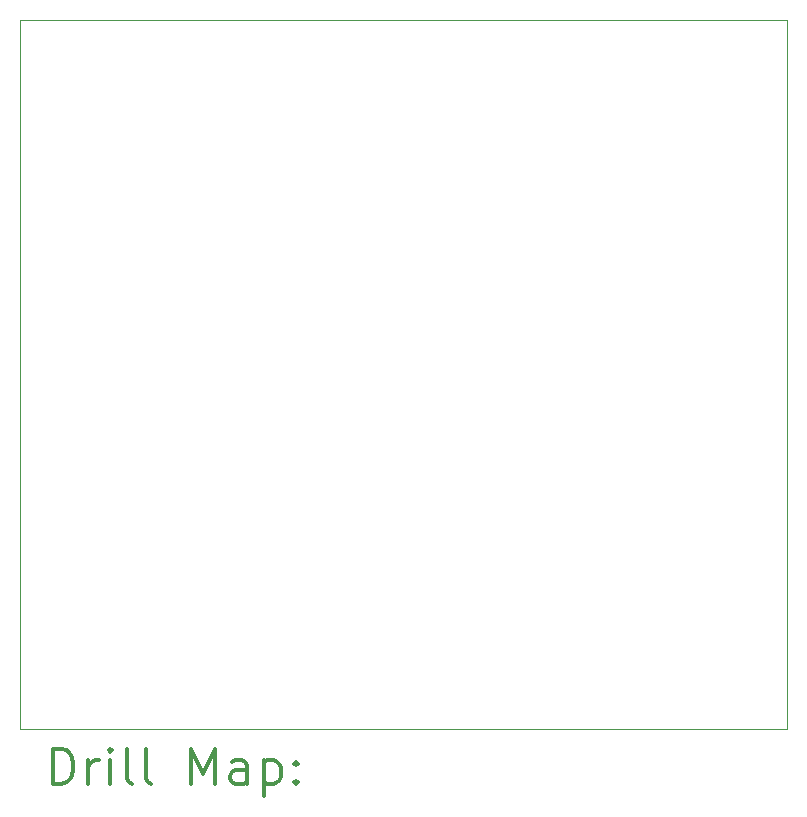
<source format=gbr>
%FSLAX45Y45*%
G04 Gerber Fmt 4.5, Leading zero omitted, Abs format (unit mm)*
G04 Created by KiCad (PCBNEW 5.1.4-e60b266~84~ubuntu18.04.1) date 2020-01-21 10:37:14*
%MOMM*%
%LPD*%
G04 APERTURE LIST*
%ADD10C,0.050000*%
%ADD11C,0.200000*%
%ADD12C,0.300000*%
G04 APERTURE END LIST*
D10*
X5600000Y-11500000D02*
X12100000Y-11500000D01*
X5600000Y-5500000D02*
X5600000Y-11500000D01*
X12100000Y-5500000D02*
X5600000Y-5500000D01*
X12100000Y-11500000D02*
X12100000Y-5500000D01*
D11*
D12*
X5883928Y-11968214D02*
X5883928Y-11668214D01*
X5955357Y-11668214D01*
X5998214Y-11682500D01*
X6026786Y-11711071D01*
X6041071Y-11739643D01*
X6055357Y-11796786D01*
X6055357Y-11839643D01*
X6041071Y-11896786D01*
X6026786Y-11925357D01*
X5998214Y-11953929D01*
X5955357Y-11968214D01*
X5883928Y-11968214D01*
X6183928Y-11968214D02*
X6183928Y-11768214D01*
X6183928Y-11825357D02*
X6198214Y-11796786D01*
X6212500Y-11782500D01*
X6241071Y-11768214D01*
X6269643Y-11768214D01*
X6369643Y-11968214D02*
X6369643Y-11768214D01*
X6369643Y-11668214D02*
X6355357Y-11682500D01*
X6369643Y-11696786D01*
X6383928Y-11682500D01*
X6369643Y-11668214D01*
X6369643Y-11696786D01*
X6555357Y-11968214D02*
X6526786Y-11953929D01*
X6512500Y-11925357D01*
X6512500Y-11668214D01*
X6712500Y-11968214D02*
X6683928Y-11953929D01*
X6669643Y-11925357D01*
X6669643Y-11668214D01*
X7055357Y-11968214D02*
X7055357Y-11668214D01*
X7155357Y-11882500D01*
X7255357Y-11668214D01*
X7255357Y-11968214D01*
X7526786Y-11968214D02*
X7526786Y-11811071D01*
X7512500Y-11782500D01*
X7483928Y-11768214D01*
X7426786Y-11768214D01*
X7398214Y-11782500D01*
X7526786Y-11953929D02*
X7498214Y-11968214D01*
X7426786Y-11968214D01*
X7398214Y-11953929D01*
X7383928Y-11925357D01*
X7383928Y-11896786D01*
X7398214Y-11868214D01*
X7426786Y-11853929D01*
X7498214Y-11853929D01*
X7526786Y-11839643D01*
X7669643Y-11768214D02*
X7669643Y-12068214D01*
X7669643Y-11782500D02*
X7698214Y-11768214D01*
X7755357Y-11768214D01*
X7783928Y-11782500D01*
X7798214Y-11796786D01*
X7812500Y-11825357D01*
X7812500Y-11911071D01*
X7798214Y-11939643D01*
X7783928Y-11953929D01*
X7755357Y-11968214D01*
X7698214Y-11968214D01*
X7669643Y-11953929D01*
X7941071Y-11939643D02*
X7955357Y-11953929D01*
X7941071Y-11968214D01*
X7926786Y-11953929D01*
X7941071Y-11939643D01*
X7941071Y-11968214D01*
X7941071Y-11782500D02*
X7955357Y-11796786D01*
X7941071Y-11811071D01*
X7926786Y-11796786D01*
X7941071Y-11782500D01*
X7941071Y-11811071D01*
M02*

</source>
